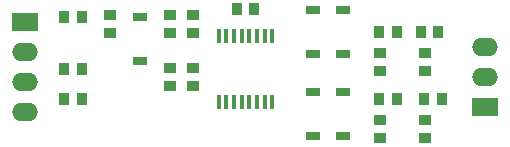
<source format=gts>
G04 (created by PCBNEW (2013-mar-13)-testing) date Wed 31 Jul 2013 11:30:12 AM UTC*
%MOIN*%
G04 Gerber Fmt 3.4, Leading zero omitted, Abs format*
%FSLAX34Y34*%
G01*
G70*
G90*
G04 APERTURE LIST*
%ADD10C,0.005906*%
%ADD11R,0.039400X0.035400*%
%ADD12R,0.035400X0.039400*%
%ADD13R,0.015000X0.050000*%
%ADD14R,0.047244X0.027559*%
%ADD15R,0.086600X0.060000*%
%ADD16O,0.086600X0.060000*%
G04 APERTURE END LIST*
G54D10*
G54D11*
X27750Y-33954D03*
X27750Y-34546D03*
X29750Y-35704D03*
X29750Y-36296D03*
X30500Y-35704D03*
X30500Y-36296D03*
G54D12*
X31954Y-33750D03*
X32546Y-33750D03*
G54D11*
X36750Y-37454D03*
X36750Y-38046D03*
X36750Y-35204D03*
X36750Y-35796D03*
X38250Y-37454D03*
X38250Y-38046D03*
X38250Y-35204D03*
X38250Y-35796D03*
G54D13*
X31354Y-36852D03*
X31610Y-36852D03*
X31866Y-36852D03*
X32122Y-36852D03*
X32378Y-36852D03*
X32634Y-36852D03*
X32890Y-36852D03*
X33146Y-36852D03*
X33146Y-34648D03*
X32890Y-34648D03*
X32634Y-34648D03*
X32378Y-34648D03*
X32122Y-34648D03*
X31866Y-34648D03*
X31610Y-34648D03*
X31354Y-34648D03*
G54D14*
X28750Y-35478D03*
X28750Y-34021D03*
X35500Y-37978D03*
X35500Y-36521D03*
X34500Y-37978D03*
X34500Y-36521D03*
X35500Y-35228D03*
X35500Y-33771D03*
X34500Y-35228D03*
X34500Y-33771D03*
G54D15*
X24909Y-34183D03*
G54D16*
X24909Y-35183D03*
X24909Y-36183D03*
X24909Y-37183D03*
G54D15*
X40250Y-37000D03*
G54D16*
X40250Y-36000D03*
X40250Y-35000D03*
G54D12*
X26204Y-35750D03*
X26796Y-35750D03*
X26204Y-36750D03*
X26796Y-36750D03*
X26204Y-34000D03*
X26796Y-34000D03*
X36704Y-36750D03*
X37296Y-36750D03*
X36704Y-34500D03*
X37296Y-34500D03*
X38204Y-36750D03*
X38796Y-36750D03*
X38095Y-34523D03*
X38687Y-34523D03*
G54D11*
X29750Y-33954D03*
X29750Y-34546D03*
X30500Y-33954D03*
X30500Y-34546D03*
M02*

</source>
